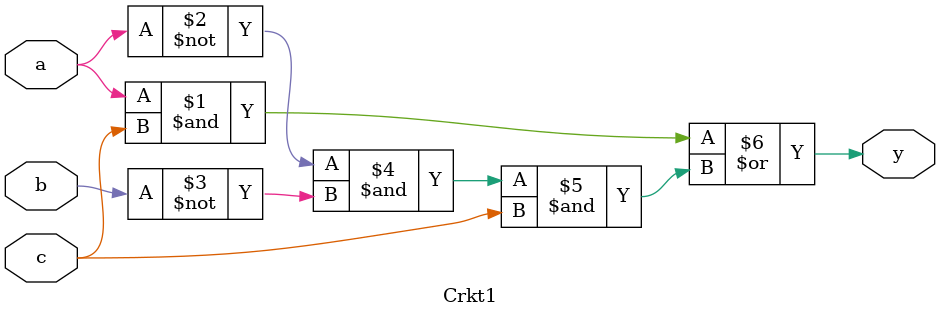
<source format=sv>
module Crkt1(
    input logic a, b, c,
    output logic y
);

    assign y = (a & c)|(~a & ~b & c);

endmodule
</source>
